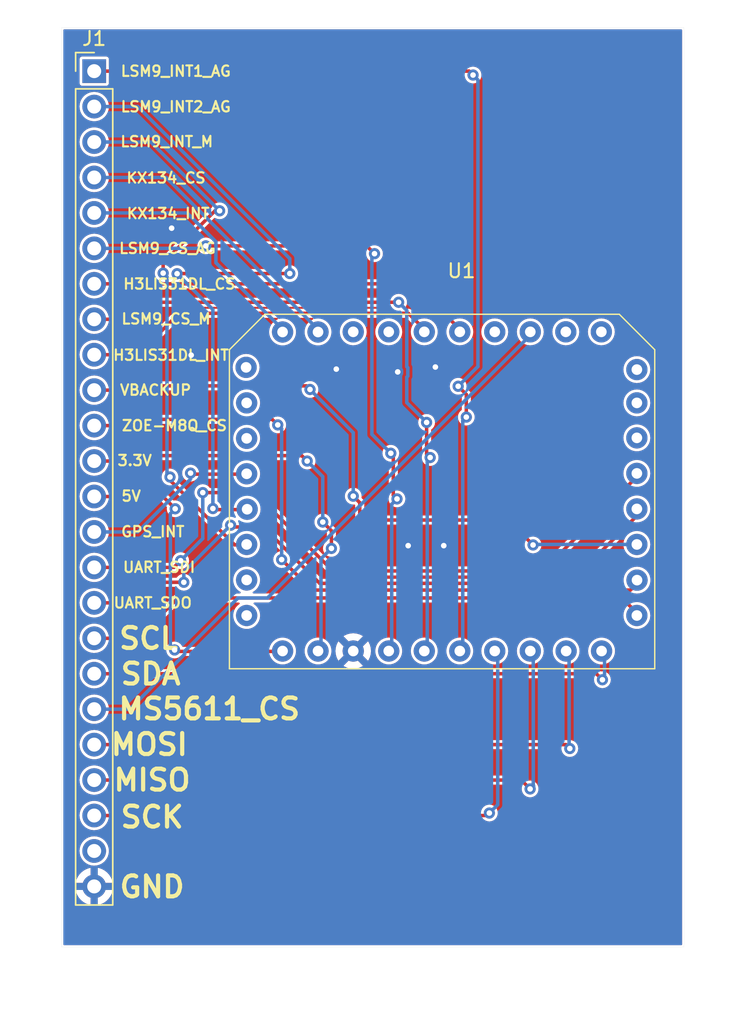
<source format=kicad_pcb>
(kicad_pcb (version 20211014) (generator pcbnew)
  (layers (0 "F.Cu" signal) (31 "B.Cu" signal) (34 "B.Paste" user) (35 "F.Paste" user) (36 "B.SilkS" user "B.Silkscreen") (37 "F.SilkS" user "F.Silkscreen") (38 "B.Mask" user) (39 "F.Mask" user) (44 "Edge.Cuts" user))
  (net 0 "")
  (net 1 "/LSM9_INT1_AG")
  (net 2 "/LSM9_INT2_AG")
  (net 3 "/LSM9_INT_M")
  (net 4 "/KX122_CS")
  (net 5 "/KX122_INT1")
  (net 6 "/LSM9_CS_AG")
  (net 7 "/H3LIS331DL_CS")
  (net 8 "/LSM9_CS_M")
  (net 9 "/H3LIS331DL_INT1")
  (net 10 "/VBACKUP")
  (net 11 "/ZOE-M8Q_CS")
  (net 12 "/3V3_MCU")
  (net 13 "/5V")
  (net 14 "/GPS_EXTINT")
  (net 15 "/SNS_UART_SDI")
  (net 16 "/SNS_UART_SDO")
  (net 17 "/SNS_I2C_SCL")
  (net 18 "/SNS_I2C_SDA")
  (net 19 "/MS5611_CS")
  (net 20 "/SNS_SPI_MOSI")
  (net 21 "/SNS_SPI_MISO")
  (net 22 "/SNS_SPI_SCK")
  (net 24 "GND")
  (footprint "Sensorsuite:General Sensor Module - 8x10 pin" (layer "F.Cu") (at 113.3 106.5)
    (fp_text reference "U1" (at 0.12 -14.54 unlocked) (layer "F.SilkS"))
    (fp_text value "ISS_SENSOR_SUITE_V_1")
    (fp_line (start -13.97 -11.43) (end 11.43 -11.43) (layer "F.SilkS") (width 0.1))
    (fp_line (start -16.51 13.97) (end 13.97 13.97) (layer "F.SilkS") (width 0.1))
    (fp_line (start -16.51 13.97) (end -16.51 -8.89) (layer "F.SilkS") (width 0.1))
    (fp_line (start 13.97 13.97) (end 13.97 -8.89) (layer "F.SilkS") (width 0.1))
    (fp_line (start 11.43 -11.43) (end 13.97 -8.89) (layer "F.SilkS") (width 0.1))
    (fp_line (start -13.97 -11.43) (end -16.51 -8.89) (layer "F.SilkS") (width 0.1))
    (pad "1" thru_hole circle (at -12.7 12.7) (size 1.524 1.524) (drill 0.762) (layers *.Cu *.Mask) (net 13 "/5V"))
    (pad "2" thru_hole circle (at -10.16 12.7) (size 1.524 1.524) (drill 0.762) (layers *.Cu *.Mask) (net 12 "/3V3_MCU"))
    (pad "3" thru_hole circle (at -7.636998 12.699888) (size 1.524 1.524) (drill 0.762) (layers *.Cu *.Mask) (net 24 "GND"))
    (pad "4" thru_hole circle (at -5.091332 12.699888) (size 1.524 1.524) (drill 0.762) (layers *.Cu *.Mask) (net 6 "/LSM9_CS_AG"))
    (pad "5" thru_hole circle (at -2.545666 12.699888) (size 1.524 1.524) (drill 0.762) (layers *.Cu *.Mask) (net 8 "/LSM9_CS_M"))
    (pad "6" thru_hole circle (at 0 12.699888) (size 1.524 1.524) (drill 0.762) (layers *.Cu *.Mask) (net 1 "/LSM9_INT1_AG"))
    (pad "7" thru_hole circle (at 2.50589 12.699888) (size 1.524 1.524) (drill 0.762) (layers *.Cu *.Mask) (net 22 "/SNS_SPI_SCK"))
    (pad "8" thru_hole circle (at 5.051556 12.699888) (size 1.524 1.524) (drill 0.762) (layers *.Cu *.Mask) (net 21 "/SNS_SPI_MISO"))
    (pad "9" thru_hole circle (at 7.62 12.7) (size 1.524 1.524) (drill 0.762) (layers *.Cu *.Mask) (net 20 "/SNS_SPI_MOSI"))
    (pad "10" thru_hole circle (at 10.16 12.7) (size 1.524 1.524) (drill 0.762) (layers *.Cu *.Mask) (net 18 "/SNS_I2C_SDA"))
    (pad "11" thru_hole circle (at 12.688555 10.154221) (size 1.524 1.524) (drill 0.762) (layers *.Cu *.Mask) (net 17 "/SNS_I2C_SCL"))
    (pad "12" thru_hole circle (at 12.7 7.62) (size 1.524 1.524) (drill 0.762) (layers *.Cu *.Mask) (net 11 "/ZOE-M8Q_CS"))
    (pad "13" thru_hole circle (at 12.688555 5.062889) (size 1.524 1.524) (drill 0.762) (layers *.Cu *.Mask) (net 10 "/VBACKUP"))
    (pad "14" thru_hole circle (at 12.688555 2.517222) (size 1.524 1.524) (drill 0.762) (layers *.Cu *.Mask) (net 16 "/SNS_UART_SDO"))
    (pad "15" thru_hole circle (at 12.688555 -0.028444) (size 1.524 1.524) (drill 0.762) (layers *.Cu *.Mask) (net 15 "/SNS_UART_SDI"))
    (pad "16" thru_hole circle (at 12.688555 -2.57411) (size 1.524 1.524) (drill 0.762) (layers *.Cu *.Mask))
    (pad "17" thru_hole circle (at 12.688555 -5.08) (size 1.524 1.524) (drill 0.762) (layers *.Cu *.Mask))
    (pad "18" thru_hole circle (at 12.688555 -7.466562) (size 1.524 1.524) (drill 0.762) (layers *.Cu *.Mask))
    (pad "19" thru_hole circle (at 10.142889 -10.171332) (size 1.524 1.524) (drill 0.762) (layers *.Cu *.Mask))
    (pad "20" thru_hole circle (at 7.597222 -10.171332) (size 1.524 1.524) (drill 0.762) (layers *.Cu *.Mask))
    (pad "21" thru_hole circle (at 5.051556 -10.171332) (size 1.524 1.524) (drill 0.762) (layers *.Cu *.Mask) (net 19 "/MS5611_CS"))
    (pad "22" thru_hole circle (at 2.50589 -10.171332) (size 1.524 1.524) (drill 0.762) (layers *.Cu *.Mask))
    (pad "23" thru_hole circle (at 0 -10.171332) (size 1.524 1.524) (drill 0.762) (layers *.Cu *.Mask) (net 7 "/H3LIS331DL_CS"))
    (pad "24" thru_hole circle (at -2.545666 -10.171332) (size 1.524 1.524) (drill 0.762) (layers *.Cu *.Mask) (net 9 "/H3LIS331DL_INT1"))
    (pad "25" thru_hole circle (at -5.091332 -10.171332) (size 1.524 1.524) (drill 0.762) (layers *.Cu *.Mask))
    (pad "26" thru_hole circle (at -7.636998 -10.171332) (size 1.524 1.524) (drill 0.762) (layers *.Cu *.Mask))
    (pad "27" thru_hole circle (at -10.16 -10.16) (size 1.524 1.524) (drill 0.762) (layers *.Cu *.Mask) (net 4 "/KX122_CS"))
    (pad "28" thru_hole circle (at -12.7 -10.16) (size 1.524 1.524) (drill 0.762) (layers *.Cu *.Mask) (net 5 "/KX122_INT1"))
    (pad "29" thru_hole circle (at -15.313773 -7.625666) (size 1.524 1.524) (drill 0.762) (layers *.Cu *.Mask))
    (pad "30" thru_hole circle (at -15.273997 -5.08) (size 1.524 1.524) (drill 0.762) (layers *.Cu *.Mask))
    (pad "31" thru_hole circle (at -15.273997 -2.54) (size 1.524 1.524) (drill 0.762) (layers *.Cu *.Mask))
    (pad "32" thru_hole circle (at -15.273997 0) (size 1.524 1.524) (drill 0.762) (layers *.Cu *.Mask) (net 14 "/GPS_EXTINT"))
    (pad "33" thru_hole circle (at -15.24 2.54) (size 1.524 1.524) (drill 0.762) (layers *.Cu *.Mask) (net 2 "/LSM9_INT2_AG"))
    (pad "34" thru_hole circle (at -15.273997 5.062889) (size 1.524 1.524) (drill 0.762) (layers *.Cu *.Mask) (net 3 "/LSM9_INT_M"))
    (pad "35" thru_hole circle (at -15.273997 7.608555) (size 1.524 1.524) (drill 0.762) (layers *.Cu *.Mask))
    (pad "36" thru_hole circle (at -15.273997 10.154221) (size 1.524 1.524) (drill 0.762) (layers *.Cu *.Mask))
  )
  (footprint "Connector_PinHeader_2.54mm:PinHeader_1x24_P2.54mm_Vertical" (layer "F.Cu") (at 87.1 77.6478)
    (fp_text reference "J1" (at 0 -2.33) (layer "F.SilkS"))
    (fp_text value "Conn_01x24")
    (fp_line (start -1.33 -1.33) (end 0 -1.33) (layer "F.SilkS") (width 0.12))
    (fp_line (start -1.33 59.75) (end 1.33 59.75) (layer "F.SilkS") (width 0.12))
    (fp_line (start -1.33 1.27) (end 1.33 1.27) (layer "F.SilkS") (width 0.12))
    (fp_line (start -1.33 1.27) (end -1.33 59.75) (layer "F.SilkS") (width 0.12))
    (fp_line (start -1.33 0) (end -1.33 -1.33) (layer "F.SilkS") (width 0.12))
    (fp_line (start 1.33 1.27) (end 1.33 59.75) (layer "F.SilkS") (width 0.12))
    (pad "1" thru_hole rect locked (at 0 0) (size 1.7 1.7) (drill 1) (layers *.Cu *.Mask) (net 1 "/LSM9_INT1_AG"))
    (pad "2" thru_hole oval locked (at 0 2.54) (size 1.7 1.7) (drill 1) (layers *.Cu *.Mask) (net 2 "/LSM9_INT2_AG"))
    (pad "3" thru_hole oval locked (at 0 5.08) (size 1.7 1.7) (drill 1) (layers *.Cu *.Mask) (net 3 "/LSM9_INT_M"))
    (pad "4" thru_hole oval locked (at 0 7.62) (size 1.7 1.7) (drill 1) (layers *.Cu *.Mask) (net 4 "/KX122_CS"))
    (pad "5" thru_hole oval locked (at 0 10.16) (size 1.7 1.7) (drill 1) (layers *.Cu *.Mask) (net 5 "/KX122_INT1"))
    (pad "6" thru_hole oval locked (at 0 12.7) (size 1.7 1.7) (drill 1) (layers *.Cu *.Mask) (net 6 "/LSM9_CS_AG"))
    (pad "7" thru_hole oval locked (at 0 15.24) (size 1.7 1.7) (drill 1) (layers *.Cu *.Mask) (net 7 "/H3LIS331DL_CS"))
    (pad "8" thru_hole oval locked (at 0 17.78) (size 1.7 1.7) (drill 1) (layers *.Cu *.Mask) (net 8 "/LSM9_CS_M"))
    (pad "9" thru_hole oval locked (at 0 20.32) (size 1.7 1.7) (drill 1) (layers *.Cu *.Mask) (net 9 "/H3LIS331DL_INT1"))
    (pad "10" thru_hole oval locked (at 0 22.86) (size 1.7 1.7) (drill 1) (layers *.Cu *.Mask) (net 10 "/VBACKUP"))
    (pad "11" thru_hole oval locked (at 0 25.4) (size 1.7 1.7) (drill 1) (layers *.Cu *.Mask) (net 11 "/ZOE-M8Q_CS"))
    (pad "12" thru_hole oval locked (at 0 27.94) (size 1.7 1.7) (drill 1) (layers *.Cu *.Mask) (net 12 "/3V3_MCU"))
    (pad "13" thru_hole oval locked (at 0 30.48) (size 1.7 1.7) (drill 1) (layers *.Cu *.Mask) (net 13 "/5V"))
    (pad "14" thru_hole oval locked (at 0 33.02) (size 1.7 1.7) (drill 1) (layers *.Cu *.Mask) (net 14 "/GPS_EXTINT"))
    (pad "15" thru_hole oval locked (at 0 35.56) (size 1.7 1.7) (drill 1) (layers *.Cu *.Mask) (net 15 "/SNS_UART_SDI"))
    (pad "16" thru_hole oval locked (at 0 38.1) (size 1.7 1.7) (drill 1) (layers *.Cu *.Mask) (net 16 "/SNS_UART_SDO"))
    (pad "17" thru_hole oval locked (at 0 40.64) (size 1.7 1.7) (drill 1) (layers *.Cu *.Mask) (net 17 "/SNS_I2C_SCL"))
    (pad "18" thru_hole oval locked (at 0 43.18) (size 1.7 1.7) (drill 1) (layers *.Cu *.Mask) (net 18 "/SNS_I2C_SDA"))
    (pad "19" thru_hole oval locked (at 0 45.72) (size 1.7 1.7) (drill 1) (layers *.Cu *.Mask) (net 19 "/MS5611_CS"))
    (pad "20" thru_hole oval locked (at 0 48.26) (size 1.7 1.7) (drill 1) (layers *.Cu *.Mask) (net 20 "/SNS_SPI_MOSI"))
    (pad "21" thru_hole oval locked (at 0 50.8) (size 1.7 1.7) (drill 1) (layers *.Cu *.Mask) (net 21 "/SNS_SPI_MISO"))
    (pad "22" thru_hole oval locked (at 0 53.34) (size 1.7 1.7) (drill 1) (layers *.Cu *.Mask) (net 22 "/SNS_SPI_SCK"))
    (pad "23" thru_hole oval locked (at 0 55.88) (size 1.7 1.7) (drill 1) (layers *.Cu *.Mask))
    (pad "24" thru_hole oval locked (at 0 58.42) (size 1.7 1.7) (drill 1) (layers *.Cu *.Mask) (net 24 "GND"))
  )
  (gr_rect (start 84.7598 74.5236) (end 129.3622 140.4112) (layer "Edge.Cuts") (width 0.01) (fill none))
  (gr_text "MOSI" (at 91.05 125.9) (layer "F.SilkS") (effects (font (size 1.5 1.5) (thickness 0.3))))
  (gr_text "GPS_INT\n" (at 91.3 110.65) (layer "F.SilkS") (effects (font (size 0.75 0.75))))
  (gr_text "LSM9_CS_AG" (at 92.35 90.35) (layer "F.SilkS") (effects (font (size 0.75 0.75))))
  (gr_text "UART_SDI\n" (at 91.75 113.2) (layer "F.SilkS") (effects (font (size 0.75 0.75))))
  (gr_text "SCK\n" (at 91.25 131.1) (layer "F.SilkS") (effects (font (size 1.5 1.5) (thickness 0.3))))
  (gr_text "3.3V" (at 90 105.55) (layer "F.SilkS") (effects (font (size 0.75 0.75))))
  (gr_text "ZOE-M8Q_CS" (at 92.85 103.05) (layer "F.SilkS") (effects (font (size 0.75 0.75))))
  (gr_text "KX134_CS" (at 92.25 85.3) (layer "F.SilkS") (effects (font (size 0.75 0.75))))
  (gr_text "H3LIS31DL_CS" (at 93.2 92.9) (layer "F.SilkS") (effects (font (size 0.75 0.75))))
  (gr_text "GND" (at 91.25 136.1) (layer "F.SilkS") (effects (font (size 1.5 1.5) (thickness 0.3))))
  (gr_text "H3LIS31DL_INT" (at 92.6 98) (layer "F.SilkS") (effects (font (size 0.75 0.75))))
  (gr_text "KX134_INT" (at 92.4 87.85) (layer "F.SilkS") (effects (font (size 0.75 0.75))))
  (gr_text "MS5611_CS\n" (at 95.35 123.35) (layer "F.SilkS") (effects (font (size 1.5 1.5) (thickness 0.3))))
  (gr_text "LSM9_INT2_AG" (at 92.95 80.2) (layer "F.SilkS") (effects (font (size 0.75 0.75))))
  (gr_text "5V" (at 89.75 108.1) (layer "F.SilkS") (effects (font (size 0.75 0.75))))
  (gr_text "SCL" (at 91 118.3) (layer "F.SilkS") (effects (font (size 1.5 1.5) (thickness 0.3))))
  (gr_text "LSM9_INT1_AG" (at 92.95 77.65) (layer "F.SilkS") (effects (font (size 0.75 0.75))))
  (gr_text "MISO\n" (at 91.25 128.45) (layer "F.SilkS") (effects (font (size 1.5 1.5) (thickness 0.3))))
  (gr_text "VBACKUP\n" (at 91.5 100.5) (layer "F.SilkS") (effects (font (size 0.75 0.75))))
  (gr_text "LSM9_INT_M" (at 92.3 82.7) (layer "F.SilkS") (effects (font (size 0.75 0.75))))
  (gr_text "LSM9_CS_M" (at 92.25 95.4) (layer "F.SilkS") (effects (font (size 0.75 0.75))))
  (gr_text "UART_SDO" (at 91.3 115.75) (layer "F.SilkS") (effects (font (size 0.75 0.75))))
  (gr_text "SDA\n" (at 91.15 120.85) (layer "F.SilkS") (effects (font (size 1.5 1.5) (thickness 0.3))))
  (segment (start 113.9698 77.6478) (end 87.1 77.6478) (width 0.25) (layer "F.Cu") (net 1))
  (segment (start 113.7666 102.4382) (end 113.7666 100.8126) (width 0.25) (layer "F.Cu") (net 1))
  (segment (start 113.7666 100.8126) (end 113.1824 100.2284) (width 0.25) (layer "F.Cu") (net 1))
  (segment (start 114.2492 77.9272) (end 113.9698 77.6478) (width 0.25) (layer "F.Cu") (net 1))
  (via (at 114.2492 77.9272) (size 0.8) (drill 0.4) (layers "F.Cu" "B.Cu") (net 1))
  (via (at 113.1824 100.2284) (size 0.8) (drill 0.4) (layers "F.Cu" "B.Cu") (net 1))
  (via (at 113.7666 102.4382) (size 0.8) (drill 0.4) (layers "F.Cu" "B.Cu") (net 1))
  (segment (start 113.5126 119.227488) (end 113.5126 102.6922) (width 0.25) (layer "B.Cu") (net 1))
  (segment (start 113.5126 102.6922) (end 113.7666 102.4382) (width 0.25) (layer "B.Cu") (net 1))
  (segment (start 114.599111 98.811689) (end 114.599111 78.277111) (width 0.25) (layer "B.Cu") (net 1))
  (segment (start 113.1824 100.2284) (end 114.599111 98.811689) (width 0.25) (layer "B.Cu") (net 1))
  (segment (start 114.599111 78.277111) (end 114.2492 77.9272) (width 0.25) (layer "B.Cu") (net 1))
  (segment (start 93.0523 92.1512) (end 101.1174 92.1512) (width 0.25) (layer "F.Cu") (net 2))
  (segment (start 98.2726 109.0676) (end 95.6818 109.0676) (width 0.25) (layer "F.Cu") (net 2))
  (segment (start 95.6818 109.0676) (end 95.6056 108.9914) (width 0.25) (layer "F.Cu") (net 2))
  (segment (start 93.0402 92.1633) (end 93.0523 92.1512) (width 0.25) (layer "F.Cu") (net 2))
  (via (at 93.0402 92.1633) (size 0.8) (drill 0.4) (layers "F.Cu" "B.Cu") (net 2))
  (via (at 101.1174 92.1512) (size 0.8) (drill 0.4) (layers "F.Cu" "B.Cu") (net 2))
  (via (at 95.6056 108.9914) (size 0.8) (drill 0.4) (layers "F.Cu" "B.Cu") (net 2))
  (segment (start 101.1174 91.0844) (end 90.2208 80.1878) (width 0.25) (layer "B.Cu") (net 2))
  (segment (start 95.6056 94.7287) (end 93.0402 92.1633) (width 0.25) (layer "B.Cu") (net 2))
  (segment (start 90.2208 80.1878) (end 87.1 80.1878) (width 0.25) (layer "B.Cu") (net 2))
  (segment (start 95.6056 108.9914) (end 95.6056 94.7287) (width 0.25) (layer "B.Cu") (net 2))
  (segment (start 101.1174 92.1512) (end 101.1174 91.0844) (width 0.25) (layer "B.Cu") (net 2))
  (segment (start 95.758 87.6554) (end 96.0882 87.6554) (width 0.25) (layer "F.Cu") (net 3))
  (segment (start 92.041585 92.121176) (end 92.041585 91.371815) (width 0.25) (layer "F.Cu") (net 3))
  (segment (start 98.238603 111.590489) (end 97.160973 111.590489) (width 0.25) (layer "F.Cu") (net 3))
  (segment (start 92.5322 106.961716) (end 92.5322 106.7308) (width 0.25) (layer "F.Cu") (net 3))
  (segment (start 97.160973 111.590489) (end 92.5322 106.961716) (width 0.25) (layer "F.Cu") (net 3))
  (segment (start 92.041585 91.371815) (end 95.758 87.6554) (width 0.25) (layer "F.Cu") (net 3))
  (via (at 96.0882 87.6554) (size 0.8) (drill 0.4) (layers "F.Cu" "B.Cu") (net 3))
  (via (at 92.041585 92.121176) (size 0.8) (drill 0.4) (layers "F.Cu" "B.Cu") (net 3))
  (via (at 92.5322 106.7308) (size 0.8) (drill 0.4) (layers "F.Cu" "B.Cu") (net 3))
  (segment (start 92.315689 92.39528) (end 92.315689 106.514289) (width 0.25) (layer "B.Cu") (net 3))
  (segment (start 92.041585 92.121176) (end 92.315689 92.39528) (width 0.25) (layer "B.Cu") (net 3))
  (segment (start 96.0882 87.6554) (end 91.1606 82.7278) (width 0.25) (layer "B.Cu") (net 3))
  (segment (start 91.1606 82.7278) (end 87.1 82.7278) (width 0.25) (layer "B.Cu") (net 3))
  (segment (start 92.315689 106.514289) (end 92.5322 106.7308) (width 0.25) (layer "B.Cu") (net 3))
  (segment (start 92.2528 85.2678) (end 87.1 85.2678) (width 0.25) (layer "B.Cu") (net 4))
  (segment (start 103.3526 96.3676) (end 92.2528 85.2678) (width 0.25) (layer "B.Cu") (net 4))
  (segment (start 100.8126 96.3676) (end 95.822111 91.377111) (width 0.25) (layer "B.Cu") (net 5))
  (segment (start 95.822111 91.377111) (end 95.822111 89.869897) (width 0.25) (layer "B.Cu") (net 5))
  (segment (start 93.760014 87.8078) (end 87.1 87.8078) (width 0.25) (layer "B.Cu") (net 5))
  (segment (start 95.822111 89.869897) (end 93.760014 87.8078) (width 0.25) (layer "B.Cu") (net 5))
  (segment (start 108.5342 108.0342) (end 108.5342 105.2068) (width 0.25) (layer "F.Cu") (net 6))
  (segment (start 107.188 90.7288) (end 106.6292 90.17) (width 0.25) (layer "F.Cu") (net 6))
  (segment (start 108.5342 105.2068) (end 108.3564 105.029) (width 0.25) (layer "F.Cu") (net 6))
  (segment (start 108.8 108.3) (end 108.5342 108.0342) (width 0.25) (layer "F.Cu") (net 6))
  (segment (start 106.6292 90.17) (end 95.0976 90.17) (width 0.25) (layer "F.Cu") (net 6))
  (via (at 108.3564 105.029) (size 0.8) (drill 0.4) (layers "F.Cu" "B.Cu") (net 6))
  (via (at 95.0976 90.17) (size 0.8) (drill 0.4) (layers "F.Cu" "B.Cu") (net 6))
  (via (at 108.8 108.3) (size 0.8) (drill 0.4) (layers "F.Cu" "B.Cu") (net 6))
  (via (at 107.188 90.7288) (size 0.8) (drill 0.4) (layers "F.Cu" "B.Cu") (net 6))
  (segment (start 108.3564 105.029) (end 107 103.6726) (width 0.25) (layer "B.Cu") (net 6))
  (segment (start 107 90.9168) (end 107.188 90.7288) (width 0.25) (layer "B.Cu") (net 6))
  (segment (start 108.421268 108.678732) (end 108.421268 119.227488) (width 0.25) (layer "B.Cu") (net 6))
  (segment (start 108.8 108.3) (end 108.421268 108.678732) (width 0.25) (layer "B.Cu") (net 6))
  (segment (start 94.9198 90.3478) (end 87.1 90.3478) (width 0.25) (layer "B.Cu") (net 6))
  (segment (start 107 103.6726) (end 107 90.9168) (width 0.25) (layer "B.Cu") (net 6))
  (segment (start 95.0976 90.17) (end 94.9198 90.3478) (width 0.25) (layer "B.Cu") (net 6))
  (segment (start 113.5126 96.356268) (end 110.044132 92.8878) (width 0.25) (layer "F.Cu") (net 7))
  (segment (start 110.044132 92.8878) (end 87.1 92.8878) (width 0.25) (layer "F.Cu") (net 7))
  (segment (start 108.9152 94.2086) (end 91.44 94.2086) (width 0.25) (layer "F.Cu") (net 8))
  (segment (start 90.2743 95.3743) (end 90.2208 95.4278) (width 0.25) (layer "F.Cu") (net 8))
  (segment (start 90.1722 95.4278) (end 87.1 95.4278) (width 0.25) (layer "F.Cu") (net 8))
  (segment (start 110.9218 105.0798) (end 110.9218 102.8192) (width 0.25) (layer "F.Cu") (net 8))
  (segment (start 91.44 94.2086) (end 90.2743 95.3743) (width 0.25) (layer "F.Cu") (net 8))
  (segment (start 90.25 95.35) (end 90.1722 95.4278) (width 0.25) (layer "F.Cu") (net 8))
  (segment (start 90.2743 95.3743) (end 90.25 95.35) (width 0.25) (layer "F.Cu") (net 8))
  (segment (start 111.1758 105.3338) (end 110.9218 105.0798) (width 0.25) (layer "F.Cu") (net 8))
  (via (at 108.9152 94.2086) (size 0.8) (drill 0.4) (layers "F.Cu" "B.Cu") (net 8))
  (via (at 110.9218 102.8192) (size 0.8) (drill 0.4) (layers "F.Cu" "B.Cu") (net 8))
  (via (at 111.1758 105.3338) (size 0.8) (drill 0.4) (layers "F.Cu" "B.Cu") (net 8))
  (segment (start 109.574511 98.899897) (end 109.5 98.825386) (width 0.25) (layer "B.Cu") (net 8))
  (segment (start 109.5 94.7934) (end 108.9152 94.2086) (width 0.25) (layer "B.Cu") (net 8))
  (segment (start 109.5 98.825386) (end 109.5 94.7934) (width 0.25) (layer "B.Cu") (net 8))
  (segment (start 110.966934 105.542666) (end 111.1758 105.3338) (width 0.25) (layer "B.Cu") (net 8))
  (segment (start 110.9218 102.8192) (end 109.5 101.3974) (width 0.25) (layer "B.Cu") (net 8))
  (segment (start 109.5 99.574614) (end 109.574511 99.500103) (width 0.25) (layer "B.Cu") (net 8))
  (segment (start 109.574511 99.500103) (end 109.574511 98.899897) (width 0.25) (layer "B.Cu") (net 8))
  (segment (start 110.966934 119.227488) (end 110.966934 105.542666) (width 0.25) (layer "B.Cu") (net 8))
  (segment (start 109.5 101.3974) (end 109.5 99.574614) (width 0.25) (layer "B.Cu") (net 8))
  (segment (start 109.610666 95) (end 93.1886 95) (width 0.25) (layer "F.Cu") (net 9))
  (segment (start 93.1886 95) (end 90.2208 97.9678) (width 0.25) (layer "F.Cu") (net 9))
  (segment (start 90.2208 97.9678) (end 87.1 97.9678) (width 0.25) (layer "F.Cu") (net 9))
  (segment (start 110.966934 96.356268) (end 109.610666 95) (width 0.25) (layer "F.Cu") (net 9))
  (segment (start 90.2208 100.5078) (end 87.1 100.5078) (width 0.25) (layer "F.Cu") (net 10))
  (segment (start 106.131011 109.814011) (end 116.764011 109.814011) (width 0.25) (layer "F.Cu") (net 10))
  (segment (start 90.5286 100.2) (end 90.2208 100.5078) (width 0.25) (layer "F.Cu") (net 10))
  (segment (start 102.5652 100.457) (end 102.3082 100.2) (width 0.25) (layer "F.Cu") (net 10))
  (segment (start 106.131011 109.814011) (end 106.131011 108.569411) (width 0.25) (layer "F.Cu") (net 10))
  (segment (start 102.3082 100.2) (end 90.5286 100.2) (width 0.25) (layer "F.Cu") (net 10))
  (segment (start 116.764011 109.814011) (end 118.55 111.6) (width 0.25) (layer "F.Cu") (net 10))
  (segment (start 106.131011 108.569411) (end 105.664 108.1024) (width 0.25) (layer "F.Cu") (net 10))
  (via (at 105.664 108.1024) (size 0.8) (drill 0.4) (layers "F.Cu" "B.Cu") (net 10))
  (via (at 118.55 111.6) (size 0.8) (drill 0.4) (layers "F.Cu" "B.Cu") (net 10))
  (via (at 102.5652 100.457) (size 0.8) (drill 0.4) (layers "F.Cu" "B.Cu") (net 10))
  (segment (start 118.55 111.6) (end 118.587111 111.562889) (width 0.25) (layer "B.Cu") (net 10))
  (segment (start 105.664 108.1024) (end 105.664 103.5558) (width 0.25) (layer "B.Cu") (net 10))
  (segment (start 118.587111 111.562889) (end 125.988555 111.562889) (width 0.25) (layer "B.Cu") (net 10))
  (segment (start 105.664 103.5558) (end 102.5652 100.457) (width 0.25) (layer "B.Cu") (net 10))
  (segment (start 99.8568 102.6) (end 90.6686 102.6) (width 0.25) (layer "F.Cu") (net 11))
  (segment (start 126.2126 114.1476) (end 125.5268 114.8334) (width 0.25) (layer "F.Cu") (net 11))
  (segment (start 125.5268 114.8334) (end 102.7176 114.8334) (width 0.25) (layer "F.Cu") (net 11))
  (segment (start 90.6686 102.6) (end 90.2208 103.0478) (width 0.25) (layer "F.Cu") (net 11))
  (segment (start 90.2208 103.0478) (end 87.1 103.0478) (width 0.25) (layer "F.Cu") (net 11))
  (segment (start 102.7176 114.8334) (end 100.5332 112.649) (width 0.25) (layer "F.Cu") (net 11))
  (segment (start 100.2538 102.997) (end 99.8568 102.6) (width 0.25) (layer "F.Cu") (net 11))
  (via (at 100.2538 102.997) (size 0.8) (drill 0.4) (layers "F.Cu" "B.Cu") (net 11))
  (via (at 100.5332 112.649) (size 0.8) (drill 0.4) (layers "F.Cu" "B.Cu") (net 11))
  (segment (start 100.5332 103.2764) (end 100.2538 102.997) (width 0.25) (layer "B.Cu") (net 11))
  (segment (start 100.5332 112.649) (end 100.5332 103.2764) (width 0.25) (layer "B.Cu") (net 11))
  (segment (start 101.9742 105.2) (end 90.6086 105.2) (width 0.25) (layer "F.Cu") (net 12))
  (segment (start 90.2208 105.5878) (end 87.1 105.5878) (width 0.25) (layer "F.Cu") (net 12))
  (segment (start 104.099011 110.576011) (end 103.4796 109.9566) (width 0.25) (layer "F.Cu") (net 12))
  (segment (start 90.6086 105.2) (end 90.2208 105.5878) (width 0.25) (layer "F.Cu") (net 12))
  (segment (start 104.099011 111.846011) (end 104.099011 110.576011) (width 0.25) (layer "F.Cu") (net 12))
  (segment (start 102.362 105.5878) (end 101.9742 105.2) (width 0.25) (layer "F.Cu") (net 12))
  (via (at 103.4796 109.9566) (size 0.8) (drill 0.4) (layers "F.Cu" "B.Cu") (net 12))
  (via (at 102.362 105.5878) (size 0.8) (drill 0.4) (layers "F.Cu" "B.Cu") (net 12))
  (via (at 104.099011 111.846011) (size 0.8) (drill 0.4) (layers "F.Cu" "B.Cu") (net 12))
  (segment (start 103.4796 106.7054) (end 102.362 105.5878) (width 0.25) (layer "B.Cu") (net 12))
  (segment (start 103.4796 109.9566) (end 103.4796 106.7054) (width 0.25) (layer "B.Cu") (net 12))
  (segment (start 103.3526 112.592422) (end 103.3526 119.2276) (width 0.25) (layer "B.Cu") (net 12))
  (segment (start 104.099011 111.846011) (end 103.3526 112.592422) (width 0.25) (layer "B.Cu") (net 12))
  (segment (start 100.8126 119.2276) (end 92.964 119.2276) (width 0.25) (layer "F.Cu") (net 13))
  (segment (start 92.9048 109.0084) (end 92.0242 108.1278) (width 0.25) (layer "F.Cu") (net 13))
  (segment (start 92.0242 108.1278) (end 87.1 108.1278) (width 0.25) (layer "F.Cu") (net 13))
  (segment (start 92.964 119.2276) (end 92.8624 119.126) (width 0.25) (layer "F.Cu") (net 13))
  (via (at 92.9048 109.0084) (size 0.8) (drill 0.4) (layers "F.Cu" "B.Cu") (net 13))
  (via (at 92.8624 119.126) (size 0.8) (drill 0.4) (layers "F.Cu" "B.Cu") (net 13))
  (segment (start 92.5576 118.8212) (end 92.5576 109.3556) (width 0.25) (layer "B.Cu") (net 13))
  (segment (start 92.5576 109.3556) (end 92.9048 109.0084) (width 0.25) (layer "B.Cu") (net 13))
  (segment (start 92.8624 119.126) (end 92.5576 118.8212) (width 0.25) (layer "B.Cu") (net 13))
  (segment (start 94.0816 106.5276) (end 94.0054 106.4514) (width 0.25) (layer "F.Cu") (net 14))
  (segment (start 98.238603 106.5276) (end 94.0816 106.5276) (width 0.25) (layer "F.Cu") (net 14))
  (via (at 94.0054 106.4514) (size 0.8) (drill 0.4) (layers "F.Cu" "B.Cu") (net 14))
  (segment (start 90.2208 110.6678) (end 87.1 110.6678) (width 0.25) (layer "B.Cu") (net 14))
  (segment (start 94.0054 106.8832) (end 90.2208 110.6678) (width 0.25) (layer "B.Cu") (net 14))
  (segment (start 94.0054 106.4514) (end 94.0054 106.8832) (width 0.25) (layer "B.Cu") (net 14))
  (segment (start 118.8212 113.4618) (end 104.20336 113.4618) (width 0.25) (layer "F.Cu") (net 15))
  (segment (start 93.2942 112.7252) (end 92.8116 113.2078) (width 0.25) (layer "F.Cu") (net 15))
  (segment (start 119.238511 113.4618) (end 118.8212 113.4618) (width 0.25) (layer "F.Cu") (net 15))
  (segment (start 104.20336 113.4618) (end 98.58996 107.8484) (width 0.25) (layer "F.Cu") (net 15))
  (segment (start 126.201155 106.499156) (end 119.238511 113.4618) (width 0.25) (layer "F.Cu") (net 15))
  (segment (start 92.8116 113.2078) (end 87.1 113.2078) (width 0.25) (layer "F.Cu") (net 15))
  (segment (start 98.58996 107.8484) (end 94.8811 107.8484) (width 0.25) (layer "F.Cu") (net 15))
  (via (at 93.2942 112.7252) (size 0.8) (drill 0.4) (layers "F.Cu" "B.Cu") (net 15))
  (via (at 94.8811 107.8484) (size 0.8) (drill 0.4) (layers "F.Cu" "B.Cu") (net 15))
  (segment (start 94.881089 111.138311) (end 93.3958 112.6236) (width 0.25) (layer "B.Cu") (net 15))
  (segment (start 94.881089 107.848411) (end 94.881089 111.138311) (width 0.25) (layer "B.Cu") (net 15))
  (segment (start 93.3958 112.6236) (end 93.2942 112.7252) (width 0.25) (layer "B.Cu") (net 15))
  (segment (start 94.8811 107.8484) (end 94.881089 107.848411) (width 0.25) (layer "B.Cu") (net 15))
  (segment (start 99.441 110.3122) (end 96.7232 110.3122) (width 0.25) (layer "F.Cu") (net 16))
  (segment (start 126.201155 109.298845) (end 121.1492 114.3508) (width 0.25) (layer "F.Cu") (net 16))
  (segment (start 96.8502 110.1852) (end 96.8756 110.1852) (width 0.25) (layer "F.Cu") (net 16))
  (segment (start 96.7232 110.3122) (end 96.8502 110.1852) (width 0.25) (layer "F.Cu") (net 16))
  (segment (start 126.201155 109.044822) (end 126.201155 109.298845) (width 0.25) (layer "F.Cu") (net 16))
  (segment (start 99.6188 110.709986) (end 99.6188 110.49) (width 0.25) (layer "F.Cu") (net 16))
  (segment (start 93.5228 114.2746) (end 91.694 114.2746) (width 0.25) (layer "F.Cu") (net 16))
  (segment (start 103.259614 114.3508) (end 99.6188 110.709986) (width 0.25) (layer "F.Cu") (net 16))
  (segment (start 99.6188 110.49) (end 99.441 110.3122) (width 0.25) (layer "F.Cu") (net 16))
  (segment (start 91.694 114.2746) (end 90.2208 115.7478) (width 0.25) (layer "F.Cu") (net 16))
  (segment (start 90.2208 115.7478) (end 87.1 115.7478) (width 0.25) (layer "F.Cu") (net 16))
  (segment (start 121.1492 114.3508) (end 103.259614 114.3508) (width 0.25) (layer "F.Cu") (net 16))
  (via (at 93.5228 114.2746) (size 0.8) (drill 0.4) (layers "F.Cu" "B.Cu") (net 16))
  (via (at 96.8756 110.1852) (size 0.8) (drill 0.4) (layers "F.Cu" "B.Cu") (net 16))
  (segment (start 93.5228 113.538) (end 93.5228 114.2746) (width 0.25) (layer "B.Cu") (net 16))
  (segment (start 96.8756 110.1852) (end 93.5228 113.538) (width 0.25) (layer "B.Cu") (net 16))
  (segment (start 90.2208 118.2878) (end 87.1 118.2878) (width 0.25) (layer "F.Cu") (net 17))
  (segment (start 126.201155 116.681821) (end 124.919334 115.4) (width 0.25) (layer "F.Cu") (net 17))
  (segment (start 93.1086 115.4) (end 90.2208 118.2878) (width 0.25) (layer "F.Cu") (net 17))
  (segment (start 124.919334 115.4) (end 93.1086 115.4) (width 0.25) (layer "F.Cu") (net 17))
  (segment (start 123.0884 120.8278) (end 87.1 120.8278) (width 0.25) (layer "F.Cu") (net 18))
  (segment (start 123.5202 121.2596) (end 123.0884 120.8278) (width 0.25) (layer "F.Cu") (net 18))
  (via (at 123.5202 121.2596) (size 0.8) (drill 0.4) (layers "F.Cu" "B.Cu") (net 18))
  (segment (start 123.6726 119.2276) (end 123.6726 121.1072) (width 0.25) (layer "B.Cu") (net 18))
  (segment (start 123.6726 121.1072) (end 123.5202 121.2596) (width 0.25) (layer "B.Cu") (net 18))
  (segment (start 93.586911 119.213089) (end 93.586911 119.426103) (width 0.25) (layer "B.Cu") (net 19))
  (segment (start 99.520424 115.4) (end 97.4 115.4) (width 0.25) (layer "B.Cu") (net 19))
  (segment (start 93.586911 119.426103) (end 89.645214 123.3678) (width 0.25) (layer "B.Cu") (net 19))
  (segment (start 97.4 115.4) (end 93.586911 119.213089) (width 0.25) (layer "B.Cu") (net 19))
  (segment (start 89.645214 123.3678) (end 87.1 123.3678) (width 0.25) (layer "B.Cu") (net 19))
  (segment (start 118.564156 96.356268) (end 99.520424 115.4) (width 0.25) (layer "B.Cu") (net 19))
  (segment (start 120.904 125.9078) (end 87.1 125.9078) (width 0.25) (layer "F.Cu") (net 20))
  (segment (start 121.1834 126.1872) (end 120.904 125.9078) (width 0.25) (layer "F.Cu") (net 20))
  (via (at 121.1834 126.1872) (size 0.8) (drill 0.4) (layers "F.Cu" "B.Cu") (net 20))
  (segment (start 121.1326 119.2276) (end 121.1326 126.1364) (width 0.25) (layer "B.Cu") (net 20))
  (segment (start 121.1326 126.1364) (end 121.1834 126.1872) (width 0.25) (layer "B.Cu") (net 20))
  (segment (start 117.7036 128.4478) (end 87.1 128.4478) (width 0.25) (layer "F.Cu") (net 21))
  (segment (start 118.3386 129.0828) (end 117.7036 128.4478) (width 0.25) (layer "F.Cu") (net 21))
  (via (at 118.3386 129.0828) (size 0.8) (drill 0.4) (layers "F.Cu" "B.Cu") (net 21))
  (segment (start 118.564156 119.227488) (end 118.564156 128.851156) (width 0.25) (layer "B.Cu") (net 21))
  (segment (start 118.5926 128.8796) (end 118.3894 129.0828) (width 0.25) (layer "B.Cu") (net 21))
  (segment (start 118.3894 129.0828) (end 118.3386 129.0828) (width 0.25) (layer "B.Cu") (net 21))
  (segment (start 118.564156 128.851156) (end 118.5926 128.8796) (width 0.25) (layer "B.Cu") (net 21))
  (segment (start 115.4176 130.81) (end 115.2398 130.9878) (width 0.25) (layer "F.Cu") (net 22))
  (segment (start 115.2398 130.9878) (end 87.1 130.9878) (width 0.25) (layer "F.Cu") (net 22))
  (via (at 115.4176 130.81) (size 0.8) (drill 0.4) (layers "F.Cu" "B.Cu") (net 22))
  (segment (start 116.01849 130.20911) (end 115.4176 130.81) (width 0.25) (layer "B.Cu") (net 22))
  (segment (start 116.01849 119.227488) (end 116.01849 130.20911) (width 0.25) (layer "B.Cu") (net 22))
  (via (at 92.65 88.9) (size 0.8) (drill 0.4) (layers "F.Cu" "B.Cu") (net 24))
  (via (at 108.85 99.2) (size 0.8) (drill 0.4) (layers "F.Cu" "B.Cu") (net 24))
  (via (at 111.55 98.85) (size 0.8) (drill 0.4) (layers "F.Cu" "B.Cu") (net 24))
  (via (at 109.6 111.65) (size 0.8) (drill 0.4) (layers "F.Cu" "B.Cu") (net 24))
  (via (at 112.15 111.65) (size 0.8) (drill 0.4) (layers "F.Cu" "B.Cu") (net 24))
  (via (at 94.05 98) (size 0.8) (drill 0.4) (layers "F.Cu" "B.Cu") (net 24))
  (via (at 104.45 99) (size 0.8) (drill 0.4) (layers "F.Cu" "B.Cu") (net 24))
  (zone (net 24) (net_name "GND") (layers F&B.Cu) (connect_pads (clearance 0.13)) (min_thickness 0.13) (fill yes (thermal_gap 0.508) (thermal_bridge_width 0.508))
    (polygon (pts (xy 133.55 145.95) (xy 80.35 144.95) (xy 83.8 73.45) (xy 134.1 72.55)))
  )
)
</source>
